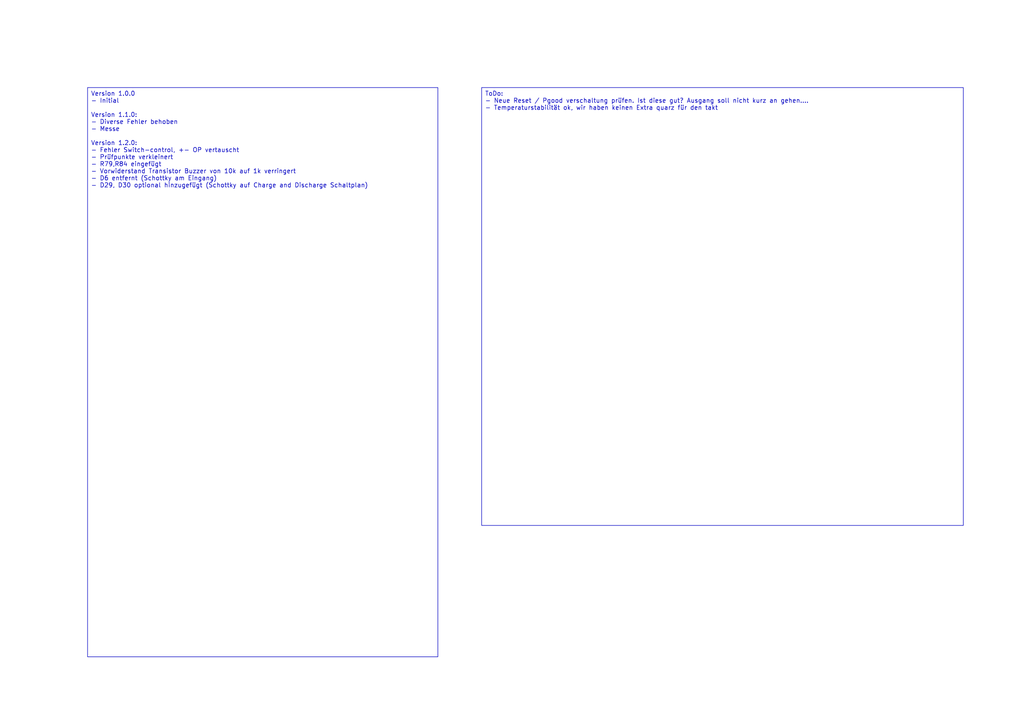
<source format=kicad_sch>
(kicad_sch
	(version 20250114)
	(generator "eeschema")
	(generator_version "9.0")
	(uuid "8759f1e7-f0ef-44cd-8f8e-adb04002c292")
	(paper "A4")
	(lib_symbols)
	(text_box "ToDo:\n- Neue Reset / Pgood verschaltung prüfen. Ist diese gut? Ausgang soll nicht kurz an gehen....\n- Temperaturstabilität ok, wir haben keinen Extra quarz für den takt"
		(exclude_from_sim no)
		(at 139.7 25.4 0)
		(size 139.7 127)
		(margins 0.9525 0.9525 0.9525 0.9525)
		(stroke
			(width 0)
			(type solid)
		)
		(fill
			(type none)
		)
		(effects
			(font
				(size 1.27 1.27)
			)
			(justify left top)
		)
		(uuid "2dae26e8-5da5-4cc9-afae-210b0fd7b166")
	)
	(text_box "Version 1.0.0\n- Initial\n\nVersion 1.1.0:\n- Diverse Fehler behoben\n- Messe\n\nVersion 1.2.0:\n- Fehler Switch-control, +- OP vertauscht\n- Prüfpunkte verkleinert\n- R79,R84 eingefügt\n- Vorwiderstand Transistor Buzzer von 10k auf 1k verringert\n- D6 entfernt (Schottky am Eingang)\n- D29, D30 optional hinzugefügt (Schottky auf Charge and Discharge Schaltplan)"
		(exclude_from_sim no)
		(at 25.4 25.4 0)
		(size 101.6 165.1)
		(margins 0.9525 0.9525 0.9525 0.9525)
		(stroke
			(width 0)
			(type solid)
		)
		(fill
			(type none)
		)
		(effects
			(font
				(size 1.27 1.27)
			)
			(justify left top)
		)
		(uuid "e4449086-f7fb-4107-b6ec-733651e9792f")
	)
)

</source>
